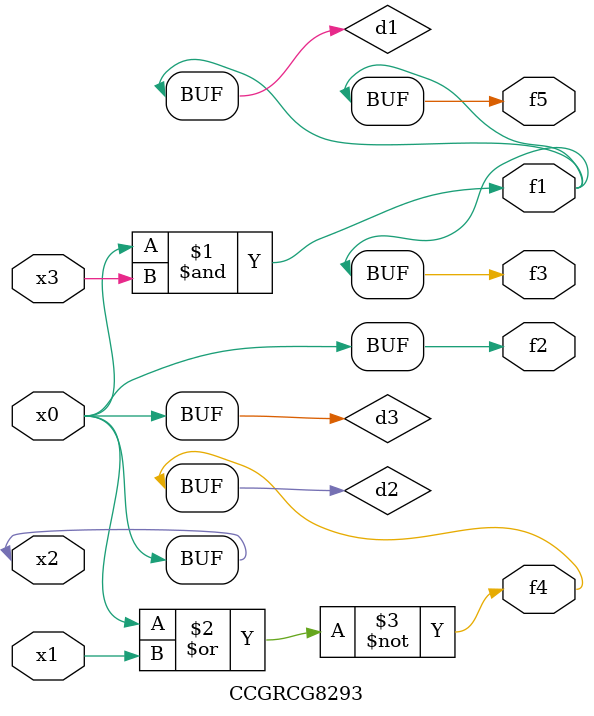
<source format=v>
module CCGRCG8293(
	input x0, x1, x2, x3,
	output f1, f2, f3, f4, f5
);

	wire d1, d2, d3;

	and (d1, x2, x3);
	nor (d2, x0, x1);
	buf (d3, x0, x2);
	assign f1 = d1;
	assign f2 = d3;
	assign f3 = d1;
	assign f4 = d2;
	assign f5 = d1;
endmodule

</source>
